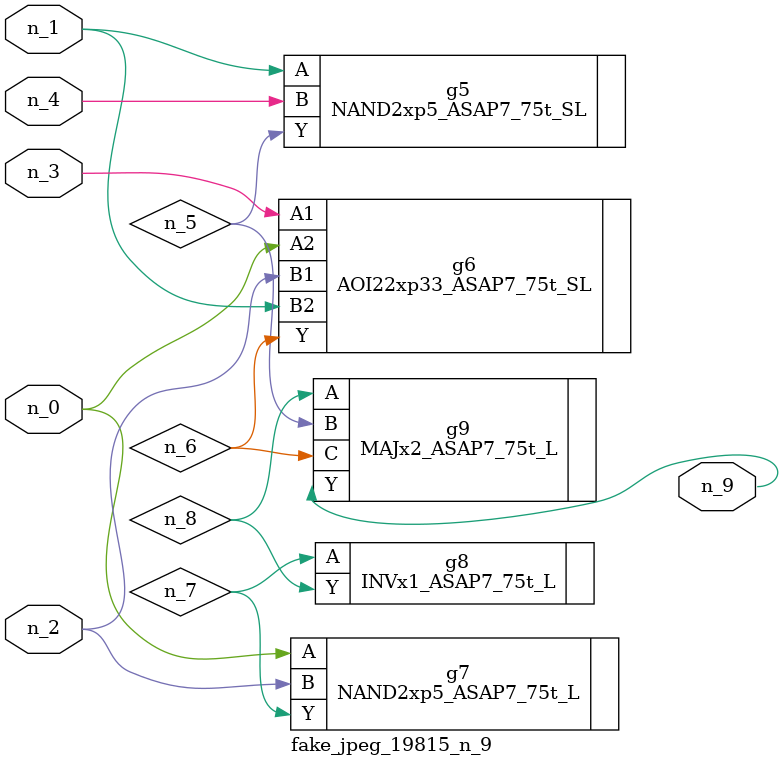
<source format=v>
module fake_jpeg_19815_n_9 (n_3, n_2, n_1, n_0, n_4, n_9);

input n_3;
input n_2;
input n_1;
input n_0;
input n_4;

output n_9;

wire n_8;
wire n_6;
wire n_5;
wire n_7;

NAND2xp5_ASAP7_75t_SL g5 ( 
.A(n_1),
.B(n_4),
.Y(n_5)
);

AOI22xp33_ASAP7_75t_SL g6 ( 
.A1(n_3),
.A2(n_0),
.B1(n_2),
.B2(n_1),
.Y(n_6)
);

NAND2xp5_ASAP7_75t_L g7 ( 
.A(n_0),
.B(n_2),
.Y(n_7)
);

INVx1_ASAP7_75t_L g8 ( 
.A(n_7),
.Y(n_8)
);

MAJx2_ASAP7_75t_L g9 ( 
.A(n_8),
.B(n_5),
.C(n_6),
.Y(n_9)
);


endmodule
</source>
